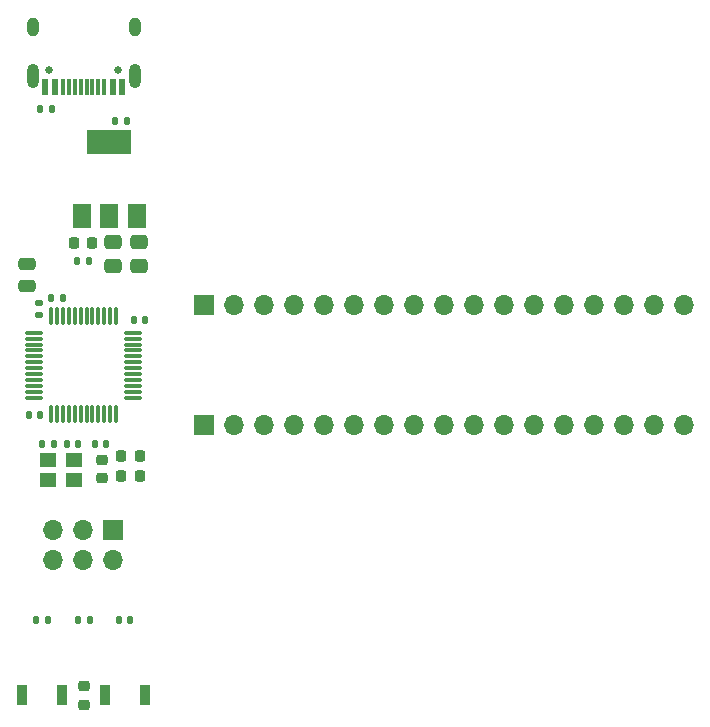
<source format=gts>
%TF.GenerationSoftware,KiCad,Pcbnew,(6.0.9-0)*%
%TF.CreationDate,2022-12-21T10:02:25+01:00*%
%TF.ProjectId,BluerPill,426c7565-7250-4696-9c6c-2e6b69636164,rev?*%
%TF.SameCoordinates,Original*%
%TF.FileFunction,Soldermask,Top*%
%TF.FilePolarity,Negative*%
%FSLAX46Y46*%
G04 Gerber Fmt 4.6, Leading zero omitted, Abs format (unit mm)*
G04 Created by KiCad (PCBNEW (6.0.9-0)) date 2022-12-21 10:02:25*
%MOMM*%
%LPD*%
G01*
G04 APERTURE LIST*
G04 Aperture macros list*
%AMRoundRect*
0 Rectangle with rounded corners*
0 $1 Rounding radius*
0 $2 $3 $4 $5 $6 $7 $8 $9 X,Y pos of 4 corners*
0 Add a 4 corners polygon primitive as box body*
4,1,4,$2,$3,$4,$5,$6,$7,$8,$9,$2,$3,0*
0 Add four circle primitives for the rounded corners*
1,1,$1+$1,$2,$3*
1,1,$1+$1,$4,$5*
1,1,$1+$1,$6,$7*
1,1,$1+$1,$8,$9*
0 Add four rect primitives between the rounded corners*
20,1,$1+$1,$2,$3,$4,$5,0*
20,1,$1+$1,$4,$5,$6,$7,0*
20,1,$1+$1,$6,$7,$8,$9,0*
20,1,$1+$1,$8,$9,$2,$3,0*%
G04 Aperture macros list end*
%ADD10RoundRect,0.225000X-0.225000X-0.250000X0.225000X-0.250000X0.225000X0.250000X-0.225000X0.250000X0*%
%ADD11R,0.900000X1.700000*%
%ADD12RoundRect,0.135000X-0.135000X-0.185000X0.135000X-0.185000X0.135000X0.185000X-0.135000X0.185000X0*%
%ADD13C,0.650000*%
%ADD14R,0.600000X1.450000*%
%ADD15R,0.300000X1.450000*%
%ADD16O,1.000000X1.600000*%
%ADD17O,1.000000X2.100000*%
%ADD18RoundRect,0.218750X-0.218750X-0.256250X0.218750X-0.256250X0.218750X0.256250X-0.218750X0.256250X0*%
%ADD19RoundRect,0.140000X-0.140000X-0.170000X0.140000X-0.170000X0.140000X0.170000X-0.140000X0.170000X0*%
%ADD20RoundRect,0.135000X0.135000X0.185000X-0.135000X0.185000X-0.135000X-0.185000X0.135000X-0.185000X0*%
%ADD21RoundRect,0.218750X-0.256250X0.218750X-0.256250X-0.218750X0.256250X-0.218750X0.256250X0.218750X0*%
%ADD22RoundRect,0.140000X0.140000X0.170000X-0.140000X0.170000X-0.140000X-0.170000X0.140000X-0.170000X0*%
%ADD23RoundRect,0.140000X-0.170000X0.140000X-0.170000X-0.140000X0.170000X-0.140000X0.170000X0.140000X0*%
%ADD24R,1.500000X2.000000*%
%ADD25R,3.800000X2.000000*%
%ADD26RoundRect,0.250000X0.475000X-0.250000X0.475000X0.250000X-0.475000X0.250000X-0.475000X-0.250000X0*%
%ADD27R,1.400000X1.200000*%
%ADD28R,1.700000X1.700000*%
%ADD29O,1.700000X1.700000*%
%ADD30RoundRect,0.075000X0.075000X-0.662500X0.075000X0.662500X-0.075000X0.662500X-0.075000X-0.662500X0*%
%ADD31RoundRect,0.075000X0.662500X-0.075000X0.662500X0.075000X-0.662500X0.075000X-0.662500X-0.075000X0*%
%ADD32RoundRect,0.250000X-0.475000X0.337500X-0.475000X-0.337500X0.475000X-0.337500X0.475000X0.337500X0*%
G04 APERTURE END LIST*
D10*
%TO.C,C7*%
X88918750Y-136421250D03*
X90468750Y-136421250D03*
%TD*%
D11*
%TO.C,SW2*%
X90917500Y-154940000D03*
X87517500Y-154940000D03*
%TD*%
D12*
%TO.C,R3*%
X88390000Y-106362500D03*
X89410000Y-106362500D03*
%TD*%
D11*
%TO.C,SW1*%
X80532500Y-154940000D03*
X83932500Y-154940000D03*
%TD*%
D13*
%TO.C,J3*%
X82835000Y-101977500D03*
X88615000Y-101977500D03*
D14*
X88975000Y-103422500D03*
X88175000Y-103422500D03*
D15*
X86975000Y-103422500D03*
X85975000Y-103422500D03*
X85475000Y-103422500D03*
X84475000Y-103422500D03*
D14*
X83275000Y-103422500D03*
X82475000Y-103422500D03*
X82475000Y-103422500D03*
X83275000Y-103422500D03*
D15*
X83975000Y-103422500D03*
X84975000Y-103422500D03*
X86475000Y-103422500D03*
X87475000Y-103422500D03*
D14*
X88175000Y-103422500D03*
X88975000Y-103422500D03*
D16*
X90045000Y-98327500D03*
D17*
X90045000Y-102507500D03*
X81405000Y-102507500D03*
D16*
X81405000Y-98327500D03*
%TD*%
D12*
%TO.C,R5*%
X85177500Y-118210000D03*
X86197500Y-118210000D03*
%TD*%
D18*
%TO.C,D1*%
X84900000Y-116622500D03*
X86475000Y-116622500D03*
%TD*%
D19*
%TO.C,C4*%
X81105000Y-131230000D03*
X82065000Y-131230000D03*
%TD*%
D12*
%TO.C,R6*%
X85215000Y-148590000D03*
X86235000Y-148590000D03*
%TD*%
D20*
%TO.C,R1*%
X82742500Y-148590000D03*
X81722500Y-148590000D03*
%TD*%
D21*
%TO.C,D2*%
X85725000Y-154152500D03*
X85725000Y-155727500D03*
%TD*%
D19*
%TO.C,C9*%
X82225000Y-133667500D03*
X83185000Y-133667500D03*
%TD*%
%TO.C,C8*%
X88737500Y-148590000D03*
X89697500Y-148590000D03*
%TD*%
%TO.C,C2*%
X90007500Y-123190000D03*
X90967500Y-123190000D03*
%TD*%
D22*
%TO.C,C5*%
X87633750Y-133667500D03*
X86673750Y-133667500D03*
%TD*%
D23*
%TO.C,C3*%
X81915000Y-121757500D03*
X81915000Y-122717500D03*
%TD*%
D24*
%TO.C,U2*%
X85610000Y-114400000D03*
X87910000Y-114400000D03*
D25*
X87910000Y-108100000D03*
D24*
X90210000Y-114400000D03*
%TD*%
D26*
%TO.C,C1*%
X80962500Y-120330000D03*
X80962500Y-118430000D03*
%TD*%
D12*
%TO.C,R2*%
X82992500Y-121285000D03*
X84012500Y-121285000D03*
%TD*%
D27*
%TO.C,Y1*%
X84920000Y-135040000D03*
X82720000Y-135040000D03*
X82720000Y-136740000D03*
X84920000Y-136740000D03*
%TD*%
D20*
%TO.C,R4*%
X83060000Y-105277500D03*
X82040000Y-105277500D03*
%TD*%
D21*
%TO.C,FB1*%
X87312500Y-134998750D03*
X87312500Y-136573750D03*
%TD*%
D28*
%TO.C,J4*%
X88250000Y-140965000D03*
D29*
X88250000Y-143505000D03*
X85710000Y-140965000D03*
X85710000Y-143505000D03*
X83170000Y-140965000D03*
X83170000Y-143505000D03*
%TD*%
D30*
%TO.C,U1*%
X82975000Y-131162500D03*
X83475000Y-131162500D03*
X83975000Y-131162500D03*
X84475000Y-131162500D03*
X84975000Y-131162500D03*
X85475000Y-131162500D03*
X85975000Y-131162500D03*
X86475000Y-131162500D03*
X86975000Y-131162500D03*
X87475000Y-131162500D03*
X87975000Y-131162500D03*
X88475000Y-131162500D03*
D31*
X89887500Y-129750000D03*
X89887500Y-129250000D03*
X89887500Y-128750000D03*
X89887500Y-128250000D03*
X89887500Y-127750000D03*
X89887500Y-127250000D03*
X89887500Y-126750000D03*
X89887500Y-126250000D03*
X89887500Y-125750000D03*
X89887500Y-125250000D03*
X89887500Y-124750000D03*
X89887500Y-124250000D03*
D30*
X88475000Y-122837500D03*
X87975000Y-122837500D03*
X87475000Y-122837500D03*
X86975000Y-122837500D03*
X86475000Y-122837500D03*
X85975000Y-122837500D03*
X85475000Y-122837500D03*
X84975000Y-122837500D03*
X84475000Y-122837500D03*
X83975000Y-122837500D03*
X83475000Y-122837500D03*
X82975000Y-122837500D03*
D31*
X81562500Y-124250000D03*
X81562500Y-124750000D03*
X81562500Y-125250000D03*
X81562500Y-125750000D03*
X81562500Y-126250000D03*
X81562500Y-126750000D03*
X81562500Y-127250000D03*
X81562500Y-127750000D03*
X81562500Y-128250000D03*
X81562500Y-128750000D03*
X81562500Y-129250000D03*
X81562500Y-129750000D03*
%TD*%
D10*
%TO.C,C6*%
X88918750Y-134675000D03*
X90468750Y-134675000D03*
%TD*%
D22*
%TO.C,C10*%
X85252500Y-133667500D03*
X84292500Y-133667500D03*
%TD*%
D32*
%TO.C,C12*%
X88227500Y-116537500D03*
X88227500Y-118612500D03*
%TD*%
%TO.C,C11*%
X90450000Y-116537500D03*
X90450000Y-118612500D03*
%TD*%
D28*
%TO.C,J1*%
X95885000Y-121920000D03*
D29*
X98425000Y-121920000D03*
X100965000Y-121920000D03*
X103505000Y-121920000D03*
X106045000Y-121920000D03*
X108585000Y-121920000D03*
X111125000Y-121920000D03*
X113665000Y-121920000D03*
X116205000Y-121920000D03*
X118745000Y-121920000D03*
X121285000Y-121920000D03*
X123825000Y-121920000D03*
X126365000Y-121920000D03*
X128905000Y-121920000D03*
X131445000Y-121920000D03*
X133985000Y-121920000D03*
X136525000Y-121920000D03*
%TD*%
D28*
%TO.C,J2*%
X95885000Y-132080000D03*
D29*
X98425000Y-132080000D03*
X100965000Y-132080000D03*
X103505000Y-132080000D03*
X106045000Y-132080000D03*
X108585000Y-132080000D03*
X111125000Y-132080000D03*
X113665000Y-132080000D03*
X116205000Y-132080000D03*
X118745000Y-132080000D03*
X121285000Y-132080000D03*
X123825000Y-132080000D03*
X126365000Y-132080000D03*
X128905000Y-132080000D03*
X131445000Y-132080000D03*
X133985000Y-132080000D03*
X136525000Y-132080000D03*
%TD*%
M02*

</source>
